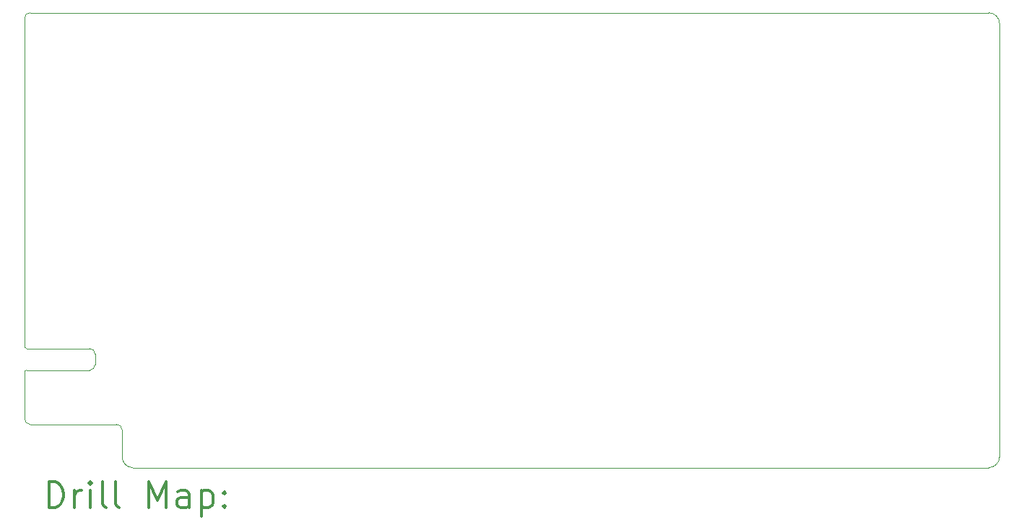
<source format=gbr>
%FSLAX45Y45*%
G04 Gerber Fmt 4.5, Leading zero omitted, Abs format (unit mm)*
G04 Created by KiCad (PCBNEW (5.1.2-1)-1) date 2023-07-30 19:28:52*
%MOMM*%
%LPD*%
G04 APERTURE LIST*
%ADD10C,0.050000*%
%ADD11C,0.200000*%
%ADD12C,0.300000*%
G04 APERTURE END LIST*
D10*
X5207000Y-11709400D02*
G75*
G02X5232400Y-11684000I25400J0D01*
G01*
X5232400Y-11430000D02*
G75*
G02X5207000Y-11404600I0J25400D01*
G01*
X6032500Y-11620500D02*
X6032500Y-11493500D01*
X6032500Y-11620500D02*
G75*
G02X5969000Y-11684000I-63500J0D01*
G01*
X5969000Y-11430000D02*
G75*
G02X6032500Y-11493500I0J-63500D01*
G01*
X5270500Y-12319000D02*
X6286500Y-12319000D01*
X5270500Y-12319000D02*
G75*
G02X5207000Y-12255500I0J63500D01*
G01*
X5207000Y-11709400D02*
X5207000Y-12255500D01*
X5969000Y-11684000D02*
X5232400Y-11684000D01*
X5232400Y-11430000D02*
X5969000Y-11430000D01*
X5207000Y-7556500D02*
X5207000Y-11404600D01*
X5207000Y-7556500D02*
G75*
G02X5270500Y-7493000I63500J0D01*
G01*
X6096000Y-7493000D02*
X5270500Y-7493000D01*
X16637000Y-12700000D02*
G75*
G02X16510000Y-12827000I-127000J0D01*
G01*
X16637000Y-12700000D02*
X16637000Y-7620000D01*
X6477000Y-12827000D02*
X16510000Y-12827000D01*
X6477000Y-12827000D02*
G75*
G02X6350000Y-12700000I0J127000D01*
G01*
X6350000Y-12382500D02*
X6350000Y-12700000D01*
X6286500Y-12319000D02*
G75*
G02X6350000Y-12382500I0J-63500D01*
G01*
X16510000Y-7493000D02*
G75*
G02X16637000Y-7620000I0J-127000D01*
G01*
X6096000Y-7493000D02*
X16510000Y-7493000D01*
D11*
D12*
X5490928Y-13295214D02*
X5490928Y-12995214D01*
X5562357Y-12995214D01*
X5605214Y-13009500D01*
X5633786Y-13038071D01*
X5648071Y-13066643D01*
X5662357Y-13123786D01*
X5662357Y-13166643D01*
X5648071Y-13223786D01*
X5633786Y-13252357D01*
X5605214Y-13280929D01*
X5562357Y-13295214D01*
X5490928Y-13295214D01*
X5790928Y-13295214D02*
X5790928Y-13095214D01*
X5790928Y-13152357D02*
X5805214Y-13123786D01*
X5819500Y-13109500D01*
X5848071Y-13095214D01*
X5876643Y-13095214D01*
X5976643Y-13295214D02*
X5976643Y-13095214D01*
X5976643Y-12995214D02*
X5962357Y-13009500D01*
X5976643Y-13023786D01*
X5990928Y-13009500D01*
X5976643Y-12995214D01*
X5976643Y-13023786D01*
X6162357Y-13295214D02*
X6133786Y-13280929D01*
X6119500Y-13252357D01*
X6119500Y-12995214D01*
X6319500Y-13295214D02*
X6290928Y-13280929D01*
X6276643Y-13252357D01*
X6276643Y-12995214D01*
X6662357Y-13295214D02*
X6662357Y-12995214D01*
X6762357Y-13209500D01*
X6862357Y-12995214D01*
X6862357Y-13295214D01*
X7133786Y-13295214D02*
X7133786Y-13138071D01*
X7119500Y-13109500D01*
X7090928Y-13095214D01*
X7033786Y-13095214D01*
X7005214Y-13109500D01*
X7133786Y-13280929D02*
X7105214Y-13295214D01*
X7033786Y-13295214D01*
X7005214Y-13280929D01*
X6990928Y-13252357D01*
X6990928Y-13223786D01*
X7005214Y-13195214D01*
X7033786Y-13180929D01*
X7105214Y-13180929D01*
X7133786Y-13166643D01*
X7276643Y-13095214D02*
X7276643Y-13395214D01*
X7276643Y-13109500D02*
X7305214Y-13095214D01*
X7362357Y-13095214D01*
X7390928Y-13109500D01*
X7405214Y-13123786D01*
X7419500Y-13152357D01*
X7419500Y-13238071D01*
X7405214Y-13266643D01*
X7390928Y-13280929D01*
X7362357Y-13295214D01*
X7305214Y-13295214D01*
X7276643Y-13280929D01*
X7548071Y-13266643D02*
X7562357Y-13280929D01*
X7548071Y-13295214D01*
X7533786Y-13280929D01*
X7548071Y-13266643D01*
X7548071Y-13295214D01*
X7548071Y-13109500D02*
X7562357Y-13123786D01*
X7548071Y-13138071D01*
X7533786Y-13123786D01*
X7548071Y-13109500D01*
X7548071Y-13138071D01*
M02*

</source>
